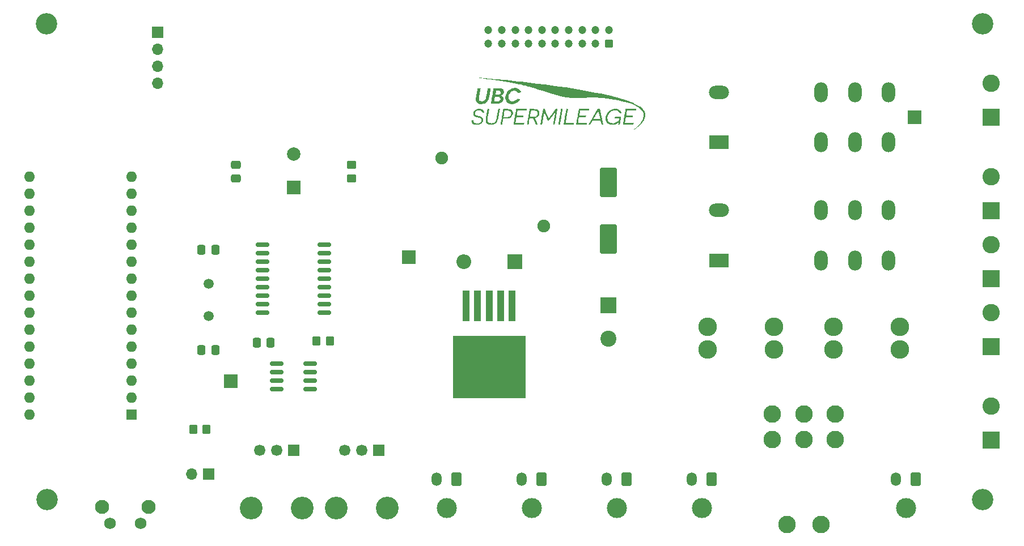
<source format=gts>
G04 #@! TF.GenerationSoftware,KiCad,Pcbnew,(6.0.8-1)-1*
G04 #@! TF.CreationDate,2022-12-30T12:25:55-08:00*
G04 #@! TF.ProjectId,Urban Battery - BMS_complement,55726261-6e20-4426-9174-74657279202d,rev?*
G04 #@! TF.SameCoordinates,Original*
G04 #@! TF.FileFunction,Soldermask,Top*
G04 #@! TF.FilePolarity,Negative*
%FSLAX46Y46*%
G04 Gerber Fmt 4.6, Leading zero omitted, Abs format (unit mm)*
G04 Created by KiCad (PCBNEW (6.0.8-1)-1) date 2022-12-30 12:25:55*
%MOMM*%
%LPD*%
G01*
G04 APERTURE LIST*
G04 Aperture macros list*
%AMRoundRect*
0 Rectangle with rounded corners*
0 $1 Rounding radius*
0 $2 $3 $4 $5 $6 $7 $8 $9 X,Y pos of 4 corners*
0 Add a 4 corners polygon primitive as box body*
4,1,4,$2,$3,$4,$5,$6,$7,$8,$9,$2,$3,0*
0 Add four circle primitives for the rounded corners*
1,1,$1+$1,$2,$3*
1,1,$1+$1,$4,$5*
1,1,$1+$1,$6,$7*
1,1,$1+$1,$8,$9*
0 Add four rect primitives between the rounded corners*
20,1,$1+$1,$2,$3,$4,$5,0*
20,1,$1+$1,$4,$5,$6,$7,0*
20,1,$1+$1,$6,$7,$8,$9,0*
20,1,$1+$1,$8,$9,$2,$3,0*%
G04 Aperture macros list end*
%ADD10C,3.000000*%
%ADD11RoundRect,0.250001X0.499999X0.759999X-0.499999X0.759999X-0.499999X-0.759999X0.499999X-0.759999X0*%
%ADD12O,1.500000X2.020000*%
%ADD13R,2.600000X2.600000*%
%ADD14C,2.600000*%
%ADD15R,1.600000X1.600000*%
%ADD16O,1.600000X1.600000*%
%ADD17C,3.200000*%
%ADD18R,2.000000X2.000000*%
%ADD19RoundRect,0.250000X0.337500X0.475000X-0.337500X0.475000X-0.337500X-0.475000X0.337500X-0.475000X0*%
%ADD20C,2.780000*%
%ADD21RoundRect,0.150000X-0.875000X-0.150000X0.875000X-0.150000X0.875000X0.150000X-0.875000X0.150000X0*%
%ADD22R,2.400000X2.400000*%
%ADD23C,2.400000*%
%ADD24RoundRect,0.250000X-0.350000X-0.450000X0.350000X-0.450000X0.350000X0.450000X-0.350000X0.450000X0*%
%ADD25O,2.000000X3.000000*%
%ADD26R,3.000000X2.000000*%
%ADD27O,3.000000X2.000000*%
%ADD28RoundRect,0.250000X0.475000X-0.337500X0.475000X0.337500X-0.475000X0.337500X-0.475000X-0.337500X0*%
%ADD29R,2.200000X2.200000*%
%ADD30O,2.200000X2.200000*%
%ADD31R,1.700000X1.700000*%
%ADD32O,1.700000X1.700000*%
%ADD33C,1.500000*%
%ADD34RoundRect,0.250000X-1.000000X1.950000X-1.000000X-1.950000X1.000000X-1.950000X1.000000X1.950000X0*%
%ADD35C,3.400000*%
%ADD36R,1.690000X1.690000*%
%ADD37C,1.690000*%
%ADD38C,2.616200*%
%ADD39RoundRect,0.150000X-0.825000X-0.150000X0.825000X-0.150000X0.825000X0.150000X-0.825000X0.150000X0*%
%ADD40RoundRect,0.250000X0.350000X0.350000X-0.350000X0.350000X-0.350000X-0.350000X0.350000X-0.350000X0*%
%ADD41C,1.200000*%
%ADD42RoundRect,0.250000X0.450000X-0.350000X0.450000X0.350000X-0.450000X0.350000X-0.450000X-0.350000X0*%
%ADD43C,1.900000*%
%ADD44C,2.100000*%
%ADD45C,1.750000*%
%ADD46C,2.000000*%
%ADD47R,1.100000X4.600000*%
%ADD48R,10.800000X9.400000*%
G04 APERTURE END LIST*
G36*
X160329841Y-69877114D02*
G01*
X160368592Y-69891122D01*
X160372709Y-69900710D01*
X160368928Y-69927272D01*
X160358230Y-69992714D01*
X160341576Y-70091536D01*
X160319929Y-70218236D01*
X160294251Y-70367315D01*
X160265503Y-70533270D01*
X160234648Y-70710601D01*
X160202648Y-70893807D01*
X160170465Y-71077388D01*
X160139062Y-71255842D01*
X160109400Y-71423668D01*
X160082441Y-71575366D01*
X160059147Y-71705434D01*
X160040482Y-71808372D01*
X160027406Y-71878679D01*
X160021949Y-71906207D01*
X160008688Y-71967826D01*
X161240858Y-71979814D01*
X161203172Y-72216460D01*
X160461147Y-72216460D01*
X160283387Y-72215966D01*
X160120903Y-72214566D01*
X159978952Y-72212378D01*
X159862794Y-72209523D01*
X159777687Y-72206120D01*
X159728890Y-72202290D01*
X159719127Y-72199556D01*
X159722934Y-72174724D01*
X159733868Y-72109717D01*
X159751196Y-72008744D01*
X159774185Y-71876016D01*
X159802103Y-71715741D01*
X159834219Y-71532131D01*
X159869800Y-71329394D01*
X159908114Y-71111740D01*
X159921961Y-71033230D01*
X159961014Y-70811810D01*
X159997596Y-70604204D01*
X160030975Y-70414566D01*
X160060423Y-70247053D01*
X160085209Y-70105821D01*
X160104604Y-69995025D01*
X160117878Y-69918822D01*
X160124301Y-69881367D01*
X160124795Y-69878172D01*
X160145190Y-69875085D01*
X160197793Y-69873039D01*
X160248758Y-69872538D01*
X160329841Y-69877114D01*
G37*
G36*
X167652817Y-69856606D02*
G01*
X167848655Y-69910856D01*
X168028023Y-70000134D01*
X168141050Y-70084283D01*
X168189804Y-70135864D01*
X168241317Y-70204736D01*
X168289858Y-70280938D01*
X168329696Y-70354508D01*
X168355102Y-70415484D01*
X168360344Y-70453906D01*
X168357002Y-70459659D01*
X168329007Y-70471738D01*
X168274020Y-70489134D01*
X168208992Y-70507135D01*
X168150876Y-70521027D01*
X168117849Y-70526131D01*
X168101569Y-70508437D01*
X168071250Y-70463143D01*
X168049106Y-70426604D01*
X167945345Y-70292320D01*
X167812131Y-70189268D01*
X167653944Y-70119006D01*
X167475264Y-70083092D01*
X167280567Y-70083084D01*
X167130089Y-70106828D01*
X166926226Y-70174251D01*
X166743204Y-70278554D01*
X166584423Y-70415052D01*
X166453286Y-70579061D01*
X166353193Y-70765895D01*
X166287546Y-70970870D01*
X166259744Y-71189300D01*
X166261193Y-71303682D01*
X166291021Y-71493337D01*
X166355735Y-71654566D01*
X166454725Y-71786726D01*
X166587379Y-71889171D01*
X166753088Y-71961258D01*
X166919137Y-71998132D01*
X167114986Y-72005518D01*
X167317882Y-71975814D01*
X167516471Y-71912713D01*
X167699402Y-71819908D01*
X167855323Y-71701091D01*
X167867144Y-71689738D01*
X167929839Y-71625436D01*
X167967162Y-71575265D01*
X167987558Y-71523552D01*
X167999471Y-71454622D01*
X168001146Y-71441010D01*
X168011672Y-71364003D01*
X168022300Y-71303085D01*
X168028742Y-71277611D01*
X168025499Y-71265869D01*
X168001659Y-71257474D01*
X167951690Y-71251934D01*
X167870059Y-71248756D01*
X167751234Y-71247448D01*
X167688613Y-71247338D01*
X167568455Y-71246724D01*
X167465951Y-71245028D01*
X167388739Y-71242472D01*
X167344456Y-71239276D01*
X167336868Y-71237178D01*
X167341207Y-71211177D01*
X167352316Y-71155696D01*
X167361273Y-71113221D01*
X167385678Y-70999423D01*
X167845834Y-70999423D01*
X168009110Y-71000069D01*
X168131775Y-71002187D01*
X168218273Y-71006049D01*
X168273054Y-71011929D01*
X168300562Y-71020098D01*
X168305979Y-71027595D01*
X168302193Y-71056649D01*
X168291538Y-71123854D01*
X168275063Y-71222986D01*
X168253812Y-71347821D01*
X168228834Y-71492134D01*
X168204570Y-71630479D01*
X168177286Y-71785325D01*
X168152779Y-71924807D01*
X168132083Y-72043008D01*
X168116231Y-72134014D01*
X168106257Y-72191908D01*
X168103160Y-72210825D01*
X168082866Y-72214041D01*
X168030994Y-72216080D01*
X167990461Y-72216460D01*
X167926170Y-72213149D01*
X167885369Y-72204685D01*
X167877773Y-72198061D01*
X167881603Y-72167418D01*
X167891514Y-72107123D01*
X167901860Y-72049360D01*
X167913099Y-71977922D01*
X167917536Y-71926331D01*
X167915337Y-71908446D01*
X167892968Y-71914737D01*
X167845652Y-71941836D01*
X167795464Y-71975620D01*
X167577749Y-72105998D01*
X167349931Y-72195718D01*
X167116606Y-72243588D01*
X166882369Y-72248415D01*
X166786498Y-72237578D01*
X166626202Y-72196296D01*
X166464556Y-72125448D01*
X166320357Y-72034003D01*
X166267911Y-71990137D01*
X166149862Y-71851690D01*
X166064614Y-71687945D01*
X166012040Y-71504385D01*
X165992010Y-71306492D01*
X166004396Y-71099749D01*
X166049070Y-70889638D01*
X166125903Y-70681641D01*
X166234766Y-70481242D01*
X166305671Y-70379636D01*
X166455173Y-70214693D01*
X166628611Y-70078277D01*
X166820214Y-69971317D01*
X167024208Y-69894740D01*
X167234821Y-69849477D01*
X167446281Y-69836456D01*
X167652817Y-69856606D01*
G37*
G36*
X146971282Y-65192863D02*
G01*
X147086335Y-65199557D01*
X147244334Y-65210631D01*
X147445789Y-65226099D01*
X147691208Y-65245974D01*
X147905955Y-65263909D01*
X149517867Y-65406640D01*
X151160536Y-65565280D01*
X152822967Y-65738752D01*
X153419831Y-65804144D01*
X154610990Y-65939689D01*
X155766618Y-66078076D01*
X156886288Y-66219218D01*
X157969572Y-66363023D01*
X159016044Y-66509402D01*
X160025276Y-66658264D01*
X160996842Y-66809521D01*
X161930313Y-66963081D01*
X162825263Y-67118856D01*
X163681265Y-67276754D01*
X164497891Y-67436687D01*
X165274714Y-67598564D01*
X166011307Y-67762295D01*
X166707244Y-67927790D01*
X167362096Y-68094960D01*
X167975436Y-68263714D01*
X168546838Y-68433963D01*
X169075874Y-68605616D01*
X169562117Y-68778584D01*
X170005141Y-68952777D01*
X170404516Y-69128104D01*
X170759818Y-69304476D01*
X171070617Y-69481803D01*
X171161978Y-69539627D01*
X171400100Y-69714044D01*
X171594487Y-69899248D01*
X171745224Y-70095472D01*
X171852398Y-70302947D01*
X171916095Y-70521906D01*
X171936402Y-70752581D01*
X171913405Y-70995204D01*
X171847191Y-71250008D01*
X171823301Y-71317226D01*
X171733804Y-71510490D01*
X171607335Y-71715318D01*
X171448593Y-71926086D01*
X171262278Y-72137172D01*
X171053088Y-72342954D01*
X170825722Y-72537810D01*
X170760594Y-72588763D01*
X170665166Y-72660049D01*
X170564708Y-72731897D01*
X170463587Y-72801608D01*
X170366170Y-72866485D01*
X170276822Y-72923827D01*
X170199909Y-72970937D01*
X170139799Y-73005116D01*
X170100857Y-73023664D01*
X170087450Y-73023883D01*
X170103944Y-73003074D01*
X170133464Y-72976395D01*
X170175912Y-72941368D01*
X170243294Y-72887311D01*
X170324893Y-72822778D01*
X170379662Y-72779902D01*
X170526217Y-72657963D01*
X170684836Y-72512821D01*
X170844999Y-72355070D01*
X170996190Y-72195304D01*
X171127891Y-72044117D01*
X171197711Y-71955932D01*
X171328217Y-71766498D01*
X171444879Y-71566186D01*
X171540073Y-71369026D01*
X171595057Y-71224800D01*
X171648942Y-70992710D01*
X171658445Y-70764257D01*
X171624225Y-70541319D01*
X171546940Y-70325771D01*
X171427249Y-70119491D01*
X171265812Y-69924354D01*
X171078832Y-69754559D01*
X170885087Y-69611463D01*
X170671796Y-69477384D01*
X170436090Y-69351268D01*
X170175100Y-69232065D01*
X169885958Y-69118720D01*
X169565793Y-69010181D01*
X169211737Y-68905396D01*
X168820921Y-68803313D01*
X168390476Y-68702877D01*
X167967924Y-68613250D01*
X167348026Y-68493499D01*
X166760767Y-68393818D01*
X166198767Y-68313538D01*
X165654643Y-68251991D01*
X165121015Y-68208506D01*
X164590500Y-68182415D01*
X164055716Y-68173050D01*
X163509284Y-68179741D01*
X163268811Y-68187391D01*
X163017231Y-68195738D01*
X162752304Y-68202609D01*
X162479185Y-68208005D01*
X162203028Y-68211926D01*
X161928986Y-68214372D01*
X161662213Y-68215343D01*
X161407864Y-68214840D01*
X161171091Y-68212863D01*
X160957050Y-68209411D01*
X160770895Y-68204486D01*
X160617778Y-68198087D01*
X160502854Y-68190214D01*
X160474135Y-68187287D01*
X160322413Y-68169542D01*
X160188354Y-68152609D01*
X160066194Y-68135163D01*
X159950163Y-68115880D01*
X159834496Y-68093436D01*
X159713426Y-68066505D01*
X159581185Y-68033764D01*
X159432008Y-67993888D01*
X159260126Y-67945553D01*
X159059774Y-67887434D01*
X158825184Y-67818206D01*
X158682387Y-67775782D01*
X158105190Y-67604175D01*
X157569675Y-67445183D01*
X157074375Y-67298380D01*
X156617825Y-67163338D01*
X156198557Y-67039633D01*
X155815107Y-66926838D01*
X155466008Y-66824526D01*
X155149793Y-66732271D01*
X154864997Y-66649648D01*
X154610153Y-66576229D01*
X154383795Y-66511589D01*
X154184458Y-66455301D01*
X154010674Y-66406939D01*
X153860979Y-66366077D01*
X153733905Y-66332288D01*
X153627987Y-66305147D01*
X153600575Y-66298350D01*
X153346178Y-66239090D01*
X153048421Y-66175641D01*
X152708799Y-66108255D01*
X152328806Y-66037185D01*
X151909940Y-65962686D01*
X151453695Y-65885009D01*
X150961566Y-65804409D01*
X150435049Y-65721138D01*
X149875639Y-65635449D01*
X149284832Y-65547597D01*
X148664123Y-65457834D01*
X148495341Y-65433834D01*
X148274702Y-65402570D01*
X148052696Y-65371119D01*
X147836662Y-65340520D01*
X147633941Y-65311811D01*
X147451875Y-65286033D01*
X147297802Y-65264225D01*
X147179065Y-65247426D01*
X147154348Y-65243931D01*
X147022407Y-65224627D01*
X146930359Y-65209622D01*
X146878714Y-65198929D01*
X146867981Y-65192563D01*
X146898667Y-65190536D01*
X146971282Y-65192863D01*
G37*
G36*
X147285763Y-69849188D02*
G01*
X147468916Y-69891792D01*
X147615143Y-69958806D01*
X147726205Y-70051513D01*
X147803866Y-70171196D01*
X147832379Y-70246976D01*
X147854755Y-70327011D01*
X147859087Y-70375351D01*
X147841124Y-70403216D01*
X147796616Y-70421824D01*
X147762542Y-70431306D01*
X147676864Y-70451761D01*
X147625556Y-70456014D01*
X147600565Y-70443091D01*
X147593837Y-70412016D01*
X147593833Y-70410877D01*
X147573247Y-70324168D01*
X147516993Y-70237970D01*
X147433328Y-70162911D01*
X147374050Y-70127958D01*
X147244750Y-70084438D01*
X147098380Y-70067172D01*
X146947287Y-70074890D01*
X146803819Y-70106320D01*
X146680322Y-70160193D01*
X146617502Y-70205830D01*
X146553034Y-70287516D01*
X146509983Y-70389251D01*
X146490504Y-70498050D01*
X146496752Y-70600927D01*
X146530882Y-70684897D01*
X146536691Y-70692753D01*
X146585894Y-70742303D01*
X146653604Y-70785732D01*
X146746315Y-70825824D01*
X146870517Y-70865365D01*
X147032702Y-70907138D01*
X147041373Y-70909204D01*
X147226057Y-70957853D01*
X147371126Y-71007377D01*
X147482013Y-71060181D01*
X147564153Y-71118669D01*
X147601573Y-71157104D01*
X147667111Y-71268157D01*
X147698341Y-71397830D01*
X147697591Y-71538487D01*
X147667191Y-71682489D01*
X147609468Y-71822199D01*
X147526753Y-71949978D01*
X147421373Y-72058189D01*
X147303268Y-72135472D01*
X147142087Y-72196620D01*
X146954786Y-72235907D01*
X146755684Y-72251386D01*
X146559097Y-72241111D01*
X146542501Y-72238924D01*
X146357973Y-72197449D01*
X146208978Y-72128669D01*
X146094520Y-72031693D01*
X146013608Y-71905632D01*
X145965249Y-71749596D01*
X145959659Y-71716493D01*
X145943911Y-71610936D01*
X146042031Y-71585560D01*
X146111514Y-71567318D01*
X146167369Y-71552195D01*
X146179592Y-71548737D01*
X146206088Y-71548950D01*
X146217296Y-71577073D01*
X146219033Y-71618589D01*
X146240298Y-71733636D01*
X146299166Y-71838957D01*
X146388247Y-71922115D01*
X146405953Y-71933204D01*
X146530648Y-71984998D01*
X146680006Y-72014130D01*
X146839545Y-72020285D01*
X146994782Y-72003150D01*
X147131235Y-71962410D01*
X147158717Y-71949527D01*
X147266582Y-71875031D01*
X147351151Y-71778130D01*
X147408505Y-71667795D01*
X147434722Y-71552993D01*
X147425883Y-71442694D01*
X147404570Y-71387026D01*
X147366410Y-71327448D01*
X147315840Y-71278806D01*
X147246079Y-71237757D01*
X147150348Y-71200954D01*
X147021870Y-71165053D01*
X146895164Y-71135657D01*
X146685562Y-71081290D01*
X146518169Y-71018934D01*
X146390615Y-70947285D01*
X146300532Y-70865042D01*
X146249482Y-70780756D01*
X146225606Y-70682820D01*
X146220999Y-70561145D01*
X146235364Y-70432597D01*
X146257227Y-70345433D01*
X146326078Y-70202923D01*
X146431097Y-70079737D01*
X146566522Y-69978655D01*
X146726591Y-69902457D01*
X146905543Y-69853922D01*
X147097615Y-69835832D01*
X147285763Y-69849188D01*
G37*
G36*
X147193844Y-66763649D02*
G01*
X147268497Y-66767193D01*
X147313985Y-66772366D01*
X147323381Y-66776389D01*
X147319588Y-66801210D01*
X147308833Y-66865030D01*
X147292051Y-66962468D01*
X147270176Y-67088144D01*
X147244144Y-67236678D01*
X147214888Y-67402690D01*
X147197101Y-67503230D01*
X147157511Y-67730378D01*
X147126599Y-67918161D01*
X147104108Y-68071394D01*
X147089781Y-68194892D01*
X147083361Y-68293471D01*
X147084593Y-68371946D01*
X147093218Y-68435132D01*
X147108981Y-68487846D01*
X147131625Y-68534902D01*
X147141245Y-68551115D01*
X147216212Y-68631481D01*
X147321673Y-68687027D01*
X147449228Y-68715713D01*
X147590479Y-68715501D01*
X147716325Y-68690703D01*
X147853735Y-68627948D01*
X147969412Y-68528009D01*
X148058732Y-68395402D01*
X148088971Y-68326605D01*
X148105322Y-68271453D01*
X148127755Y-68178474D01*
X148154891Y-68054295D01*
X148185353Y-67905543D01*
X148217760Y-67738846D01*
X148250735Y-67560829D01*
X148265549Y-67477906D01*
X148391858Y-66762334D01*
X148612633Y-66762334D01*
X148706183Y-66763997D01*
X148780079Y-66768478D01*
X148824684Y-66775009D01*
X148833407Y-66779885D01*
X148829476Y-66811307D01*
X148818477Y-66880398D01*
X148801608Y-66980514D01*
X148780063Y-67105012D01*
X148755036Y-67247250D01*
X148727724Y-67400582D01*
X148699322Y-67558368D01*
X148671024Y-67713962D01*
X148644026Y-67860723D01*
X148619523Y-67992006D01*
X148598711Y-68101169D01*
X148582784Y-68181568D01*
X148573650Y-68223694D01*
X148500207Y-68443208D01*
X148394062Y-68639795D01*
X148258965Y-68809172D01*
X148098670Y-68947057D01*
X147916928Y-69049164D01*
X147818740Y-69085603D01*
X147693792Y-69114878D01*
X147549086Y-69133961D01*
X147402989Y-69141463D01*
X147273869Y-69135993D01*
X147231920Y-69130014D01*
X147056947Y-69079094D01*
X146905333Y-68996769D01*
X146782220Y-68887241D01*
X146692747Y-68754713D01*
X146655172Y-68658595D01*
X146635681Y-68575577D01*
X146624363Y-68484278D01*
X146621574Y-68379246D01*
X146627666Y-68255029D01*
X146642996Y-68106174D01*
X146667919Y-67927229D01*
X146702788Y-67712742D01*
X146725039Y-67584960D01*
X146754186Y-67420956D01*
X146782021Y-67265343D01*
X146807198Y-67125567D01*
X146828371Y-67009075D01*
X146844194Y-66923314D01*
X146852330Y-66880657D01*
X146875822Y-66762334D01*
X147099601Y-66762334D01*
X147193844Y-66763649D01*
G37*
G36*
X158789915Y-69878103D02*
G01*
X158804290Y-69891410D01*
X158802834Y-69917870D01*
X158802028Y-69922248D01*
X158796292Y-69954113D01*
X158783519Y-70025914D01*
X158764498Y-70133198D01*
X158740017Y-70271511D01*
X158710865Y-70436397D01*
X158677827Y-70623403D01*
X158641693Y-70828073D01*
X158603251Y-71045955D01*
X158595557Y-71089574D01*
X158398803Y-72205191D01*
X158270142Y-72211950D01*
X158200868Y-72213584D01*
X158154159Y-72210847D01*
X158141482Y-72206049D01*
X158145300Y-72180106D01*
X158156020Y-72116032D01*
X158172533Y-72020058D01*
X158193737Y-71898413D01*
X158218523Y-71757325D01*
X158245787Y-71603024D01*
X158274424Y-71441739D01*
X158303327Y-71279699D01*
X158331391Y-71123132D01*
X158357510Y-70978269D01*
X158380579Y-70851338D01*
X158399492Y-70748568D01*
X158411651Y-70683940D01*
X158430341Y-70583929D01*
X158445288Y-70499142D01*
X158454688Y-70440126D01*
X158457010Y-70419122D01*
X158446019Y-70391798D01*
X158416431Y-70399699D01*
X158373316Y-70439692D01*
X158328486Y-70498540D01*
X158295955Y-70544928D01*
X158240935Y-70621584D01*
X158167755Y-70722551D01*
X158080749Y-70841872D01*
X157984249Y-70973590D01*
X157882586Y-71111746D01*
X157882316Y-71112112D01*
X157772500Y-71260820D01*
X157685820Y-71377183D01*
X157618704Y-71465168D01*
X157567580Y-71528740D01*
X157528875Y-71571865D01*
X157499017Y-71598508D01*
X157474434Y-71612636D01*
X157451553Y-71618215D01*
X157426802Y-71619210D01*
X157342732Y-71619210D01*
X157200329Y-71258607D01*
X157143329Y-71112920D01*
X157082958Y-70956337D01*
X157025131Y-70804347D01*
X156975767Y-70672436D01*
X156959535Y-70628270D01*
X156921008Y-70526067D01*
X156886434Y-70440619D01*
X156859320Y-70380169D01*
X156843175Y-70352961D01*
X156842085Y-70352302D01*
X156834291Y-70372378D01*
X156819973Y-70432298D01*
X156800028Y-70527444D01*
X156775352Y-70653201D01*
X156746842Y-70804952D01*
X156715394Y-70978079D01*
X156681905Y-71167966D01*
X156667191Y-71253092D01*
X156633187Y-71450296D01*
X156601259Y-71634097D01*
X156572268Y-71799645D01*
X156547072Y-71942091D01*
X156526532Y-72056584D01*
X156511508Y-72138274D01*
X156502859Y-72182312D01*
X156501381Y-72188287D01*
X156477022Y-72202346D01*
X156425392Y-72212120D01*
X156361689Y-72216933D01*
X156301112Y-72216108D01*
X156258860Y-72208969D01*
X156248319Y-72199556D01*
X156252127Y-72174724D01*
X156263061Y-72109717D01*
X156280388Y-72008744D01*
X156303377Y-71876016D01*
X156331296Y-71715741D01*
X156363411Y-71532131D01*
X156398992Y-71329394D01*
X156437306Y-71111740D01*
X156451153Y-71033230D01*
X156490211Y-70811768D01*
X156526795Y-70604085D01*
X156560177Y-70414342D01*
X156589627Y-70246699D01*
X156614413Y-70105317D01*
X156633807Y-69994359D01*
X156647077Y-69917983D01*
X156653495Y-69880353D01*
X156653988Y-69877097D01*
X156674475Y-69874594D01*
X156727877Y-69874731D01*
X156793788Y-69877097D01*
X156933583Y-69883806D01*
X157196456Y-70571207D01*
X157274330Y-70772424D01*
X157341833Y-70941844D01*
X157398049Y-71077318D01*
X157442060Y-71176702D01*
X157472952Y-71237847D01*
X157489775Y-71258607D01*
X157509584Y-71241067D01*
X157552869Y-71191092D01*
X157616518Y-71112646D01*
X157697422Y-71009694D01*
X157792470Y-70886201D01*
X157898550Y-70746132D01*
X158012554Y-70593452D01*
X158029036Y-70571207D01*
X158537851Y-69883806D01*
X158674798Y-69877173D01*
X158749990Y-69874505D01*
X158789915Y-69878103D01*
G37*
G36*
X170524463Y-69979592D02*
G01*
X170513418Y-70046035D01*
X170503059Y-70092795D01*
X170499214Y-70103549D01*
X170475052Y-70107880D01*
X170411559Y-70111801D01*
X170314480Y-70115163D01*
X170189557Y-70117820D01*
X170042535Y-70119623D01*
X169879157Y-70120425D01*
X169842267Y-70120452D01*
X169195048Y-70120452D01*
X169133375Y-70475421D01*
X169112462Y-70596874D01*
X169094622Y-70702542D01*
X169081160Y-70784527D01*
X169073382Y-70834931D01*
X169071987Y-70846870D01*
X169093543Y-70851891D01*
X169153775Y-70856839D01*
X169246280Y-70861428D01*
X169364661Y-70865370D01*
X169502516Y-70868378D01*
X169573960Y-70869408D01*
X170075648Y-70875466D01*
X170038088Y-71111274D01*
X169528458Y-71117327D01*
X169018827Y-71123381D01*
X168944700Y-71540328D01*
X168921434Y-71671318D01*
X168901099Y-71786041D01*
X168884928Y-71877520D01*
X168874154Y-71938778D01*
X168870011Y-71962838D01*
X168870003Y-71962910D01*
X168891459Y-71964342D01*
X168952405Y-71965640D01*
X169047255Y-71966756D01*
X169170422Y-71967641D01*
X169316321Y-71968249D01*
X169479365Y-71968531D01*
X169525534Y-71968545D01*
X170181636Y-71968545D01*
X170166657Y-72053061D01*
X170160128Y-72096614D01*
X170154584Y-72131721D01*
X170145530Y-72159284D01*
X170128468Y-72180204D01*
X170098903Y-72195386D01*
X170052337Y-72205730D01*
X169984275Y-72212140D01*
X169890219Y-72215517D01*
X169765673Y-72216765D01*
X169606141Y-72216785D01*
X169407127Y-72216481D01*
X169352474Y-72216460D01*
X169170534Y-72215987D01*
X169003752Y-72214645D01*
X168857272Y-72212545D01*
X168736234Y-72209800D01*
X168645782Y-72206520D01*
X168591056Y-72202819D01*
X168576447Y-72199556D01*
X168580255Y-72174724D01*
X168591189Y-72109717D01*
X168608516Y-72008744D01*
X168631505Y-71876016D01*
X168659423Y-71715741D01*
X168691539Y-71532131D01*
X168727120Y-71329394D01*
X168765434Y-71111740D01*
X168779281Y-71033230D01*
X168818335Y-70811810D01*
X168854916Y-70604204D01*
X168888296Y-70414566D01*
X168917743Y-70247053D01*
X168942529Y-70105821D01*
X168961924Y-69995025D01*
X168975198Y-69918822D01*
X168981621Y-69881367D01*
X168982115Y-69878172D01*
X169003799Y-69876853D01*
X169065425Y-69875644D01*
X169161862Y-69874582D01*
X169287976Y-69873704D01*
X169438635Y-69873046D01*
X169608706Y-69872647D01*
X169761052Y-69872538D01*
X170539984Y-69872538D01*
X170524463Y-69979592D01*
G37*
G36*
X148965003Y-68447506D02*
G01*
X148997009Y-68264124D01*
X149030558Y-68072406D01*
X149064746Y-67877503D01*
X149098672Y-67684564D01*
X149098832Y-67683655D01*
X149559927Y-67683655D01*
X149576891Y-67716787D01*
X149616419Y-67731135D01*
X149682950Y-67733209D01*
X149780922Y-67729518D01*
X149819432Y-67728188D01*
X149942946Y-67723006D01*
X150031412Y-67715159D01*
X150094846Y-67703089D01*
X150143263Y-67685240D01*
X150163132Y-67674727D01*
X150238533Y-67611158D01*
X150296495Y-67524375D01*
X150329941Y-67428943D01*
X150331791Y-67339429D01*
X150329973Y-67331390D01*
X150306210Y-67265593D01*
X150268879Y-67217823D01*
X150211209Y-67185117D01*
X150126432Y-67164515D01*
X150007778Y-67153053D01*
X149913653Y-67149222D01*
X149809598Y-67147042D01*
X149724281Y-67146649D01*
X149666429Y-67147982D01*
X149644769Y-67150982D01*
X149644765Y-67151038D01*
X149640974Y-67175642D01*
X149630696Y-67235220D01*
X149615570Y-67320406D01*
X149600032Y-67406475D01*
X149575936Y-67535008D01*
X149561088Y-67625232D01*
X149559927Y-67683655D01*
X149098832Y-67683655D01*
X149131430Y-67498739D01*
X149162119Y-67325177D01*
X149189835Y-67169029D01*
X149213675Y-67035444D01*
X149232735Y-66929572D01*
X149246113Y-66856563D01*
X149252316Y-66824312D01*
X149265205Y-66762334D01*
X149764878Y-66762686D01*
X149969883Y-66764188D01*
X150135909Y-66768953D01*
X150268991Y-66777843D01*
X150375162Y-66791722D01*
X150460456Y-66811455D01*
X150530906Y-66837904D01*
X150592545Y-66871934D01*
X150610141Y-66883696D01*
X150711047Y-66979174D01*
X150776334Y-67097322D01*
X150804766Y-67231664D01*
X150795110Y-67375722D01*
X150746129Y-67523022D01*
X150735980Y-67543696D01*
X150650680Y-67669595D01*
X150530502Y-67778060D01*
X150442749Y-67835158D01*
X150419309Y-67852997D01*
X150425893Y-67869561D01*
X150467594Y-67893938D01*
X150478934Y-67899710D01*
X150602716Y-67978306D01*
X150686268Y-68071641D01*
X150733691Y-68186296D01*
X150749085Y-68328850D01*
X150749095Y-68333220D01*
X150728114Y-68507004D01*
X150667091Y-68664004D01*
X150568843Y-68801399D01*
X150436184Y-68916370D01*
X150271930Y-69006095D01*
X150078899Y-69067756D01*
X150000559Y-69082922D01*
X149934807Y-69090159D01*
X149839822Y-69096045D01*
X149722809Y-69100571D01*
X149590971Y-69103728D01*
X149451511Y-69105508D01*
X149311634Y-69105900D01*
X149178542Y-69104897D01*
X149059439Y-69102489D01*
X148961529Y-69098667D01*
X148892016Y-69093421D01*
X148858103Y-69086744D01*
X148855945Y-69084364D01*
X148859727Y-69059141D01*
X148870471Y-68994683D01*
X148887274Y-68896141D01*
X148909232Y-68768664D01*
X148923959Y-68683673D01*
X149375601Y-68683673D01*
X149378924Y-68699702D01*
X149394764Y-68710719D01*
X149430083Y-68717644D01*
X149491842Y-68721400D01*
X149587003Y-68722906D01*
X149673796Y-68723114D01*
X149799855Y-68722330D01*
X149890783Y-68719136D01*
X149956512Y-68712269D01*
X150006972Y-68700466D01*
X150052093Y-68682465D01*
X150072521Y-68672405D01*
X150175444Y-68602868D01*
X150242250Y-68513832D01*
X150277533Y-68411134D01*
X150282492Y-68299437D01*
X150247042Y-68201614D01*
X150174049Y-68124822D01*
X150158854Y-68114828D01*
X150123939Y-68096096D01*
X150085273Y-68083567D01*
X150033797Y-68076283D01*
X149960454Y-68073285D01*
X149856185Y-68073616D01*
X149781213Y-68074893D01*
X149478176Y-68080790D01*
X149427533Y-68362511D01*
X149408118Y-68472974D01*
X149391929Y-68569726D01*
X149380575Y-68642819D01*
X149375666Y-68682304D01*
X149375601Y-68683673D01*
X148923959Y-68683673D01*
X148935443Y-68617402D01*
X148965003Y-68447506D01*
G37*
G36*
X164126008Y-71027595D02*
G01*
X164820657Y-69872538D01*
X165100006Y-69872538D01*
X165686060Y-72216460D01*
X165406765Y-72216460D01*
X165333392Y-71900932D01*
X165260020Y-71585404D01*
X164056873Y-71585404D01*
X163684801Y-72216460D01*
X163548724Y-72216460D01*
X163479007Y-72213951D01*
X163433376Y-72207421D01*
X163422002Y-72199556D01*
X163435000Y-72177703D01*
X163469184Y-72120633D01*
X163522509Y-72031755D01*
X163592925Y-71914479D01*
X163678386Y-71772213D01*
X163776843Y-71608366D01*
X163886249Y-71426347D01*
X163939671Y-71337489D01*
X164205326Y-71337489D01*
X164700556Y-71337489D01*
X164844502Y-71336986D01*
X164971996Y-71335580D01*
X165076599Y-71333419D01*
X165151875Y-71330656D01*
X165191387Y-71327440D01*
X165195785Y-71325897D01*
X165190196Y-71288991D01*
X165174698Y-71218407D01*
X165151200Y-71121196D01*
X165121607Y-71004408D01*
X165087826Y-70875092D01*
X165051763Y-70740299D01*
X165015326Y-70607079D01*
X164980420Y-70482481D01*
X164948952Y-70373555D01*
X164922830Y-70287352D01*
X164903958Y-70230921D01*
X164894353Y-70211297D01*
X164875471Y-70230070D01*
X164838181Y-70281876D01*
X164786478Y-70360632D01*
X164724352Y-70460255D01*
X164655795Y-70574663D01*
X164654880Y-70576219D01*
X164576809Y-70708928D01*
X164496867Y-70844644D01*
X164421700Y-70972095D01*
X164357955Y-71080010D01*
X164323049Y-71138968D01*
X164205326Y-71337489D01*
X163939671Y-71337489D01*
X164004557Y-71229564D01*
X164126008Y-71027595D01*
G37*
G36*
X150153195Y-69874417D02*
G01*
X150197666Y-69879259D01*
X150208207Y-69883830D01*
X150204059Y-69920170D01*
X150192423Y-69994259D01*
X150174510Y-70099618D01*
X150151532Y-70229768D01*
X150124702Y-70378230D01*
X150095231Y-70538524D01*
X150064332Y-70704173D01*
X150033215Y-70868697D01*
X150003093Y-71025616D01*
X149975178Y-71168453D01*
X149950681Y-71290728D01*
X149930816Y-71385962D01*
X149916792Y-71447676D01*
X149913114Y-71461446D01*
X149830384Y-71674995D01*
X149718438Y-71857877D01*
X149579462Y-72007688D01*
X149415639Y-72122025D01*
X149248384Y-72192729D01*
X149108721Y-72225271D01*
X148951218Y-72244662D01*
X148795488Y-72249411D01*
X148661143Y-72238030D01*
X148658312Y-72237541D01*
X148521337Y-72204936D01*
X148411794Y-72156767D01*
X148312710Y-72085211D01*
X148296308Y-72070722D01*
X148211909Y-71980588D01*
X148153753Y-71881875D01*
X148117689Y-71764060D01*
X148099570Y-71616622D01*
X148097021Y-71565246D01*
X148095684Y-71498839D01*
X148097214Y-71431497D01*
X148102388Y-71357245D01*
X148111981Y-71270110D01*
X148126768Y-71164118D01*
X148147526Y-71033297D01*
X148175030Y-70871673D01*
X148210056Y-70673273D01*
X148220247Y-70616282D01*
X148351481Y-69883806D01*
X148479755Y-69877047D01*
X148562474Y-69876833D01*
X148603034Y-69887359D01*
X148608030Y-69896737D01*
X148604225Y-69924660D01*
X148593435Y-69991454D01*
X148576601Y-70091616D01*
X148554662Y-70219642D01*
X148528558Y-70370030D01*
X148499229Y-70537277D01*
X148481794Y-70635972D01*
X148439605Y-70879481D01*
X148406700Y-71083461D01*
X148382891Y-71252453D01*
X148367991Y-71390995D01*
X148361811Y-71503627D01*
X148364165Y-71594890D01*
X148374864Y-71669324D01*
X148393720Y-71731467D01*
X148420547Y-71785861D01*
X148433380Y-71806335D01*
X148518065Y-71895208D01*
X148634205Y-71959981D01*
X148773979Y-71998668D01*
X148929566Y-72009287D01*
X149093144Y-71989854D01*
X149126437Y-71982109D01*
X149297294Y-71917823D01*
X149439866Y-71818455D01*
X149554028Y-71684121D01*
X149639654Y-71514934D01*
X149642223Y-71508142D01*
X149657541Y-71455424D01*
X149678975Y-71364770D01*
X149705191Y-71242699D01*
X149734853Y-71095730D01*
X149766627Y-70930382D01*
X149799176Y-70753174D01*
X149814320Y-70667884D01*
X149845276Y-70492360D01*
X149874184Y-70329976D01*
X149900023Y-70186356D01*
X149921770Y-70067124D01*
X149938403Y-69977904D01*
X149948900Y-69924320D01*
X149951715Y-69911979D01*
X149968520Y-69888141D01*
X150007993Y-69876053D01*
X150080907Y-69872545D01*
X150085769Y-69872538D01*
X150153195Y-69874417D01*
G37*
G36*
X163537773Y-69979592D02*
G01*
X163526728Y-70046035D01*
X163516369Y-70092795D01*
X163512524Y-70103549D01*
X163488362Y-70107880D01*
X163424869Y-70111801D01*
X163327789Y-70115163D01*
X163202866Y-70117820D01*
X163055844Y-70119623D01*
X162892467Y-70120425D01*
X162855577Y-70120452D01*
X162208357Y-70120452D01*
X162146685Y-70475421D01*
X162125772Y-70596874D01*
X162107931Y-70702542D01*
X162094470Y-70784527D01*
X162086692Y-70834931D01*
X162085297Y-70846870D01*
X162106853Y-70851891D01*
X162167084Y-70856839D01*
X162259590Y-70861428D01*
X162377971Y-70865370D01*
X162515825Y-70868378D01*
X162587269Y-70869408D01*
X163088958Y-70875466D01*
X163051398Y-71111274D01*
X162541767Y-71117327D01*
X162032137Y-71123381D01*
X161958010Y-71540328D01*
X161934744Y-71671318D01*
X161914408Y-71786041D01*
X161898237Y-71877520D01*
X161887464Y-71938778D01*
X161883321Y-71962838D01*
X161883312Y-71962910D01*
X161904769Y-71964342D01*
X161965715Y-71965640D01*
X162060564Y-71966756D01*
X162183731Y-71967641D01*
X162329630Y-71968249D01*
X162492675Y-71968531D01*
X162538843Y-71968545D01*
X163194945Y-71968545D01*
X163179967Y-72053061D01*
X163173438Y-72096614D01*
X163167894Y-72131721D01*
X163158840Y-72159284D01*
X163141778Y-72180204D01*
X163112213Y-72195386D01*
X163065647Y-72205730D01*
X162997584Y-72212140D01*
X162903528Y-72215517D01*
X162778983Y-72216765D01*
X162619451Y-72216785D01*
X162420436Y-72216481D01*
X162365784Y-72216460D01*
X162183843Y-72215987D01*
X162017062Y-72214645D01*
X161870581Y-72212545D01*
X161749544Y-72209800D01*
X161659091Y-72206520D01*
X161604366Y-72202819D01*
X161589756Y-72199556D01*
X161593564Y-72174724D01*
X161604498Y-72109717D01*
X161621826Y-72008744D01*
X161644815Y-71876016D01*
X161672733Y-71715741D01*
X161704849Y-71532131D01*
X161740430Y-71329394D01*
X161778744Y-71111740D01*
X161792591Y-71033230D01*
X161831644Y-70811810D01*
X161868226Y-70604204D01*
X161901605Y-70414566D01*
X161931053Y-70247053D01*
X161955839Y-70105821D01*
X161975234Y-69995025D01*
X161988508Y-69918822D01*
X161994931Y-69881367D01*
X161995425Y-69878172D01*
X162017109Y-69876853D01*
X162078735Y-69875644D01*
X162175171Y-69874582D01*
X162301285Y-69873704D01*
X162451944Y-69873046D01*
X162622016Y-69872647D01*
X162774362Y-69872538D01*
X163553294Y-69872538D01*
X163537773Y-69979592D01*
G37*
G36*
X154484360Y-70811703D02*
G01*
X154520950Y-70603900D01*
X154554336Y-70413990D01*
X154583788Y-70246143D01*
X154608574Y-70104528D01*
X154627966Y-69993313D01*
X154641232Y-69916668D01*
X154647643Y-69878761D01*
X154648131Y-69875409D01*
X154669573Y-69873407D01*
X154729531Y-69872553D01*
X154821466Y-69872816D01*
X154938833Y-69874165D01*
X155075091Y-69876569D01*
X155127063Y-69877677D01*
X155290732Y-69881747D01*
X155416728Y-69886213D01*
X155512453Y-69891815D01*
X155585308Y-69899292D01*
X155642694Y-69909384D01*
X155692012Y-69922831D01*
X155735933Y-69938535D01*
X155883192Y-70011217D01*
X155990309Y-70101776D01*
X156059924Y-70213905D01*
X156094683Y-70351298D01*
X156099906Y-70447249D01*
X156089786Y-70604571D01*
X156057726Y-70736175D01*
X155999257Y-70857892D01*
X155971921Y-70900800D01*
X155854846Y-71036366D01*
X155710480Y-71139591D01*
X155583039Y-71194088D01*
X155516374Y-71218020D01*
X155471517Y-71239708D01*
X155459494Y-71251363D01*
X155467805Y-71276661D01*
X155491075Y-71337289D01*
X155526811Y-71427018D01*
X155572519Y-71539619D01*
X155625706Y-71668862D01*
X155651065Y-71729949D01*
X155706716Y-71864221D01*
X155756011Y-71984247D01*
X155796466Y-72083885D01*
X155825594Y-72156993D01*
X155840911Y-72197431D01*
X155842635Y-72203332D01*
X155822036Y-72209906D01*
X155767977Y-72214615D01*
X155692066Y-72216459D01*
X155690420Y-72216460D01*
X155538206Y-72216460D01*
X155357989Y-71754824D01*
X155177773Y-71293189D01*
X154916520Y-71292801D01*
X154655268Y-71292413D01*
X154582227Y-71714995D01*
X154558711Y-71849836D01*
X154537164Y-71971134D01*
X154518983Y-72071195D01*
X154505566Y-72142323D01*
X154498313Y-72176825D01*
X154498260Y-72177019D01*
X154482044Y-72200810D01*
X154443242Y-72212894D01*
X154371113Y-72216448D01*
X154364896Y-72216460D01*
X154297478Y-72213647D01*
X154253010Y-72206401D01*
X154242463Y-72199556D01*
X154246271Y-72174724D01*
X154257204Y-72109717D01*
X154274532Y-72008744D01*
X154297521Y-71876016D01*
X154325439Y-71715741D01*
X154357555Y-71532131D01*
X154393136Y-71329394D01*
X154431450Y-71111740D01*
X154443289Y-71044613D01*
X154698729Y-71044613D01*
X154706988Y-71055297D01*
X154731488Y-71062138D01*
X154778321Y-71065692D01*
X154853584Y-71066516D01*
X154963371Y-71065166D01*
X155068586Y-71063132D01*
X155211645Y-71059662D01*
X155317706Y-71055327D01*
X155394849Y-71049153D01*
X155451150Y-71040163D01*
X155494688Y-71027384D01*
X155533542Y-71009840D01*
X155540510Y-71006182D01*
X155664138Y-70915815D01*
X155757949Y-70795646D01*
X155807861Y-70680122D01*
X155835666Y-70561457D01*
X155838419Y-70465056D01*
X155815422Y-70375250D01*
X155791925Y-70323739D01*
X155753717Y-70259394D01*
X155709182Y-70210841D01*
X155651541Y-70175755D01*
X155574015Y-70151812D01*
X155469827Y-70136686D01*
X155332196Y-70128055D01*
X155211265Y-70124609D01*
X154861616Y-70117497D01*
X154786949Y-70552826D01*
X154763221Y-70689846D01*
X154741384Y-70813491D01*
X154722813Y-70916161D01*
X154708885Y-70990257D01*
X154700976Y-71028177D01*
X154700614Y-71029529D01*
X154698729Y-71044613D01*
X154443289Y-71044613D01*
X154445297Y-71033230D01*
X154484360Y-70811703D01*
G37*
G36*
X152633912Y-66738247D02*
G01*
X152637098Y-66738676D01*
X152811748Y-66777744D01*
X152977069Y-66843428D01*
X153121222Y-66929989D01*
X153225734Y-67023996D01*
X153287397Y-67102438D01*
X153341135Y-67185885D01*
X153381326Y-67263789D01*
X153402346Y-67325603D01*
X153402182Y-67354970D01*
X153377048Y-67372067D01*
X153317748Y-67395898D01*
X153233999Y-67422901D01*
X153164070Y-67442292D01*
X153062423Y-67468280D01*
X152996065Y-67483192D01*
X152956739Y-67487583D01*
X152936183Y-67482010D01*
X152926140Y-67467029D01*
X152923212Y-67458514D01*
X152880684Y-67382508D01*
X152805682Y-67304531D01*
X152709012Y-67235200D01*
X152678785Y-67218392D01*
X152614612Y-67188238D01*
X152554413Y-67170059D01*
X152482883Y-67160945D01*
X152384719Y-67157985D01*
X152360559Y-67157876D01*
X152252801Y-67159759D01*
X152173519Y-67167914D01*
X152106239Y-67185303D01*
X152034482Y-67214888D01*
X152028847Y-67217500D01*
X151857804Y-67320942D01*
X151716944Y-67456037D01*
X151608467Y-67619099D01*
X151534572Y-67806442D01*
X151497460Y-68014383D01*
X151493345Y-68114596D01*
X151512152Y-68288283D01*
X151566737Y-68436249D01*
X151654188Y-68555899D01*
X151771593Y-68644641D01*
X151916040Y-68699881D01*
X152084618Y-68719027D01*
X152167675Y-68715167D01*
X152335316Y-68680107D01*
X152501351Y-68610151D01*
X152650722Y-68512826D01*
X152740753Y-68428642D01*
X152842759Y-68315186D01*
X153029875Y-68365084D01*
X153116916Y-68389446D01*
X153186979Y-68411198D01*
X153228768Y-68426750D01*
X153234755Y-68430175D01*
X153230997Y-68454164D01*
X153204806Y-68503668D01*
X153161585Y-68568748D01*
X153153156Y-68580341D01*
X152997115Y-68755376D01*
X152811314Y-68901302D01*
X152602603Y-69015306D01*
X152377835Y-69094572D01*
X152143860Y-69136286D01*
X151907531Y-69137633D01*
X151821458Y-69127428D01*
X151634419Y-69078802D01*
X151461871Y-68995423D01*
X151311470Y-68882630D01*
X151190869Y-68745759D01*
X151132371Y-68646995D01*
X151061928Y-68468215D01*
X151026784Y-68286892D01*
X151025923Y-68093163D01*
X151054862Y-67893903D01*
X151124749Y-67655063D01*
X151230813Y-67436686D01*
X151368861Y-67241834D01*
X151534698Y-67073570D01*
X151724130Y-66934955D01*
X151932961Y-66829053D01*
X152156999Y-66758926D01*
X152392047Y-66727637D01*
X152633912Y-66738247D01*
G37*
G36*
X150540261Y-70811703D02*
G01*
X150576851Y-70603900D01*
X150610237Y-70413990D01*
X150639688Y-70246143D01*
X150664475Y-70104528D01*
X150683867Y-69993313D01*
X150697133Y-69916668D01*
X150703543Y-69878761D01*
X150704032Y-69875409D01*
X150725473Y-69873407D01*
X150785432Y-69872553D01*
X150877366Y-69872816D01*
X150994733Y-69874165D01*
X151130991Y-69876569D01*
X151182963Y-69877677D01*
X151379229Y-69883684D01*
X151537043Y-69892967D01*
X151662993Y-69906960D01*
X151763666Y-69927097D01*
X151845647Y-69954812D01*
X151915525Y-69991538D01*
X151979885Y-70038711D01*
X151999470Y-70055437D01*
X152080633Y-70155180D01*
X152130960Y-70279067D01*
X152151679Y-70419563D01*
X152144019Y-70569133D01*
X152109209Y-70720240D01*
X152048478Y-70865350D01*
X151963054Y-70996926D01*
X151854167Y-71107434D01*
X151824192Y-71130334D01*
X151734964Y-71189234D01*
X151647482Y-71233627D01*
X151552922Y-71265651D01*
X151442457Y-71287447D01*
X151307262Y-71301153D01*
X151138511Y-71308909D01*
X151081544Y-71310362D01*
X150956800Y-71313734D01*
X150849442Y-71317783D01*
X150766842Y-71322136D01*
X150716372Y-71326422D01*
X150704037Y-71329389D01*
X150700299Y-71354773D01*
X150690092Y-71415948D01*
X150674926Y-71504339D01*
X150656313Y-71611373D01*
X150635763Y-71728478D01*
X150614786Y-71847079D01*
X150594894Y-71958603D01*
X150577597Y-72054477D01*
X150564406Y-72126128D01*
X150556831Y-72164982D01*
X150556662Y-72165750D01*
X150545030Y-72195175D01*
X150519014Y-72210395D01*
X150466628Y-72215920D01*
X150421886Y-72216460D01*
X150354128Y-72213671D01*
X150309262Y-72206479D01*
X150298363Y-72199556D01*
X150302171Y-72174724D01*
X150313105Y-72109717D01*
X150330433Y-72008744D01*
X150353422Y-71876016D01*
X150381340Y-71715741D01*
X150413456Y-71532131D01*
X150449037Y-71329394D01*
X150487350Y-71111740D01*
X150491260Y-71089574D01*
X150744226Y-71089574D01*
X151058107Y-71089574D01*
X151228445Y-71086757D01*
X151359746Y-71077998D01*
X151457713Y-71062832D01*
X151490109Y-71054496D01*
X151620179Y-70995238D01*
X151729570Y-70905370D01*
X151814201Y-70792875D01*
X151869989Y-70665732D01*
X151892854Y-70531922D01*
X151878714Y-70399427D01*
X151856954Y-70337211D01*
X151821367Y-70270146D01*
X151777383Y-70224545D01*
X151709127Y-70185021D01*
X151691079Y-70176451D01*
X151640220Y-70154397D01*
X151592086Y-70139061D01*
X151536972Y-70129232D01*
X151465170Y-70123698D01*
X151366974Y-70121247D01*
X151244370Y-70120673D01*
X150917001Y-70120452D01*
X150842264Y-70554303D01*
X150818422Y-70691863D01*
X150796496Y-70816798D01*
X150777879Y-70921287D01*
X150763966Y-70997512D01*
X150756150Y-71037650D01*
X150755877Y-71038864D01*
X150744226Y-71089574D01*
X150491260Y-71089574D01*
X150501198Y-71033230D01*
X150540261Y-70811703D01*
G37*
G36*
X154184623Y-69979592D02*
G01*
X154173578Y-70046035D01*
X154163219Y-70092795D01*
X154159374Y-70103549D01*
X154135212Y-70107880D01*
X154071719Y-70111801D01*
X153974639Y-70115163D01*
X153849716Y-70117820D01*
X153702694Y-70119623D01*
X153539317Y-70120425D01*
X153502427Y-70120452D01*
X152855207Y-70120452D01*
X152793535Y-70475421D01*
X152772622Y-70596874D01*
X152754781Y-70702542D01*
X152741320Y-70784527D01*
X152733542Y-70834931D01*
X152732147Y-70846870D01*
X152753703Y-70851891D01*
X152813934Y-70856839D01*
X152906440Y-70861428D01*
X153024821Y-70865370D01*
X153162676Y-70868378D01*
X153234119Y-70869408D01*
X153735808Y-70875466D01*
X153698248Y-71111274D01*
X153188618Y-71117327D01*
X152678987Y-71123381D01*
X152604860Y-71540328D01*
X152581594Y-71671318D01*
X152561258Y-71786041D01*
X152545087Y-71877520D01*
X152534314Y-71938778D01*
X152530171Y-71962838D01*
X152530162Y-71962910D01*
X152551619Y-71964342D01*
X152612565Y-71965640D01*
X152707414Y-71966756D01*
X152830581Y-71967641D01*
X152976480Y-71968249D01*
X153139525Y-71968531D01*
X153185694Y-71968545D01*
X153841795Y-71968545D01*
X153826817Y-72053061D01*
X153820288Y-72096614D01*
X153814744Y-72131721D01*
X153805690Y-72159284D01*
X153788628Y-72180204D01*
X153759063Y-72195386D01*
X153712497Y-72205730D01*
X153644434Y-72212140D01*
X153550378Y-72215517D01*
X153425833Y-72216765D01*
X153266301Y-72216785D01*
X153067286Y-72216481D01*
X153012634Y-72216460D01*
X152830693Y-72215987D01*
X152663912Y-72214645D01*
X152517431Y-72212545D01*
X152396394Y-72209800D01*
X152305941Y-72206520D01*
X152251216Y-72202819D01*
X152236607Y-72199556D01*
X152240414Y-72174724D01*
X152251348Y-72109717D01*
X152268676Y-72008744D01*
X152291665Y-71876016D01*
X152319583Y-71715741D01*
X152351699Y-71532131D01*
X152387280Y-71329394D01*
X152425594Y-71111740D01*
X152439441Y-71033230D01*
X152478494Y-70811810D01*
X152515076Y-70604204D01*
X152548455Y-70414566D01*
X152577903Y-70247053D01*
X152602689Y-70105821D01*
X152622084Y-69995025D01*
X152635358Y-69918822D01*
X152641781Y-69881367D01*
X152642275Y-69878172D01*
X152663959Y-69876853D01*
X152725585Y-69875644D01*
X152822021Y-69874582D01*
X152948135Y-69873704D01*
X153098794Y-69873046D01*
X153268866Y-69872647D01*
X153421212Y-69872538D01*
X154200144Y-69872538D01*
X154184623Y-69979592D01*
G37*
G36*
X159541034Y-69877117D02*
G01*
X159579791Y-69891131D01*
X159583905Y-69900710D01*
X159580134Y-69927059D01*
X159569419Y-69992627D01*
X159552661Y-70092243D01*
X159530763Y-70220739D01*
X159504625Y-70372945D01*
X159475149Y-70543692D01*
X159443237Y-70727811D01*
X159409791Y-70920132D01*
X159375712Y-71115486D01*
X159341902Y-71308704D01*
X159309262Y-71494617D01*
X159278695Y-71668055D01*
X159251101Y-71823849D01*
X159227383Y-71956830D01*
X159208441Y-72061829D01*
X159195178Y-72133675D01*
X159188835Y-72165750D01*
X159177046Y-72195182D01*
X159150894Y-72210403D01*
X159098368Y-72215924D01*
X159053830Y-72216460D01*
X158986071Y-72213671D01*
X158941205Y-72206479D01*
X158930307Y-72199556D01*
X158934115Y-72174724D01*
X158945048Y-72109717D01*
X158962376Y-72008744D01*
X158985365Y-71876016D01*
X159013283Y-71715741D01*
X159045399Y-71532131D01*
X159080980Y-71329394D01*
X159119294Y-71111740D01*
X159133141Y-71033230D01*
X159172194Y-70811810D01*
X159208776Y-70604204D01*
X159242155Y-70414566D01*
X159271603Y-70247053D01*
X159296389Y-70105821D01*
X159315784Y-69995025D01*
X159329058Y-69918822D01*
X159335481Y-69881367D01*
X159335975Y-69878172D01*
X159356371Y-69875085D01*
X159408973Y-69873039D01*
X159459938Y-69872538D01*
X159541034Y-69877117D01*
G37*
D10*
X180340000Y-129540000D03*
D11*
X181840000Y-125220000D03*
D12*
X178840000Y-125220000D03*
D13*
X223520000Y-71120000D03*
D14*
X223520000Y-66040000D03*
D10*
X210820000Y-129540000D03*
D11*
X212320000Y-125220000D03*
D12*
X209320000Y-125220000D03*
D15*
X95240000Y-115570000D03*
D16*
X95240000Y-113030000D03*
X95240000Y-110490000D03*
X95240000Y-107950000D03*
X95240000Y-105410000D03*
X95240000Y-102870000D03*
X95240000Y-100330000D03*
X95240000Y-97790000D03*
X95240000Y-95250000D03*
X95240000Y-92710000D03*
X95240000Y-90170000D03*
X95240000Y-87630000D03*
X95240000Y-85090000D03*
X95240000Y-82550000D03*
X95240000Y-80010000D03*
X80000000Y-80010000D03*
X80000000Y-82550000D03*
X80000000Y-85090000D03*
X80000000Y-87630000D03*
X80000000Y-90170000D03*
X80000000Y-92710000D03*
X80000000Y-95250000D03*
X80000000Y-97790000D03*
X80000000Y-100330000D03*
X80000000Y-102870000D03*
X80000000Y-105410000D03*
X80000000Y-107950000D03*
X80000000Y-110490000D03*
X80000000Y-113030000D03*
X80000000Y-115570000D03*
D13*
X223520000Y-85095000D03*
D14*
X223520000Y-80015000D03*
D17*
X222250000Y-128268106D03*
D18*
X110032800Y-110540800D03*
X212090000Y-71120000D03*
D19*
X107717500Y-90932000D03*
X105642500Y-90932000D03*
D20*
X181222000Y-102440000D03*
X181222000Y-105840000D03*
X191142000Y-105840000D03*
X191142000Y-102440000D03*
D21*
X114730000Y-90170000D03*
X114730000Y-91440000D03*
X114730000Y-92710000D03*
X114730000Y-93980000D03*
X114730000Y-95250000D03*
X114730000Y-96520000D03*
X114730000Y-97790000D03*
X114730000Y-99060000D03*
X114730000Y-100330000D03*
X124030000Y-100330000D03*
X124030000Y-99060000D03*
X124030000Y-97790000D03*
X124030000Y-96520000D03*
X124030000Y-95250000D03*
X124030000Y-93980000D03*
X124030000Y-92710000D03*
X124030000Y-91440000D03*
X124030000Y-90170000D03*
D22*
X166370000Y-99232323D03*
D23*
X166370000Y-104232323D03*
D10*
X167640000Y-129540000D03*
D11*
X169140000Y-125220000D03*
D12*
X166140000Y-125220000D03*
D24*
X122825000Y-104542500D03*
X124825000Y-104542500D03*
D10*
X142240000Y-129540000D03*
D11*
X143740000Y-125220000D03*
D12*
X140740000Y-125220000D03*
D25*
X208262000Y-74870000D03*
X208262000Y-67370000D03*
X198182000Y-67370000D03*
X198182000Y-74870000D03*
D26*
X182922000Y-74870000D03*
D27*
X182922000Y-67370000D03*
D25*
X203222000Y-74870000D03*
X203222000Y-67370000D03*
D13*
X223520000Y-105410000D03*
D14*
X223520000Y-100330000D03*
D28*
X110744000Y-80285500D03*
X110744000Y-78210500D03*
D29*
X152400000Y-92710000D03*
D30*
X144780000Y-92710000D03*
D31*
X106680000Y-124460000D03*
D32*
X104140000Y-124460000D03*
D10*
X154940000Y-129540000D03*
D11*
X156440000Y-125220000D03*
D12*
X153440000Y-125220000D03*
D33*
X106680000Y-95975000D03*
X106680000Y-100855000D03*
D34*
X166370000Y-80890000D03*
X166370000Y-89290000D03*
D35*
X120650000Y-129545000D03*
X113030000Y-129545000D03*
D36*
X119380000Y-120905000D03*
D37*
X116840000Y-120905000D03*
X114300000Y-120905000D03*
D13*
X223520000Y-119380000D03*
D14*
X223520000Y-114300000D03*
D38*
X193040000Y-131953000D03*
X198120000Y-131953000D03*
X200279000Y-119253000D03*
X195580000Y-119253000D03*
X190881000Y-119253000D03*
X200279000Y-115443000D03*
X195580000Y-115443000D03*
X190881000Y-115443000D03*
D35*
X125730000Y-129545000D03*
X133350000Y-129545000D03*
D36*
X132080000Y-120905000D03*
D37*
X129540000Y-120905000D03*
X127000000Y-120905000D03*
D18*
X136601200Y-92049600D03*
D13*
X223520000Y-95250000D03*
D14*
X223520000Y-90170000D03*
D39*
X116905000Y-107950000D03*
X116905000Y-109220000D03*
X116905000Y-110490000D03*
X116905000Y-111760000D03*
X121855000Y-111760000D03*
X121855000Y-110490000D03*
X121855000Y-109220000D03*
X121855000Y-107950000D03*
D31*
X99060000Y-58420000D03*
D32*
X99060000Y-60960000D03*
X99060000Y-63500000D03*
X99060000Y-66040000D03*
D24*
X104410000Y-117729000D03*
X106410000Y-117729000D03*
D40*
X166480000Y-60080000D03*
D41*
X166480000Y-58080000D03*
X164480000Y-60080000D03*
X164480000Y-58080000D03*
X162480000Y-60080000D03*
X162480000Y-58080000D03*
X160480000Y-60080000D03*
X160480000Y-58080000D03*
X158480000Y-60080000D03*
X158480000Y-58080000D03*
X156480000Y-60080000D03*
X156480000Y-58080000D03*
X154480000Y-60080000D03*
X154480000Y-58080000D03*
X152480000Y-60080000D03*
X152480000Y-58080000D03*
X150480000Y-60080000D03*
X150480000Y-58080000D03*
X148480000Y-60080000D03*
X148480000Y-58080000D03*
D42*
X128016000Y-80248000D03*
X128016000Y-78248000D03*
D43*
X156718000Y-87376000D03*
X141478000Y-77216000D03*
D44*
X90760000Y-129338500D03*
X97770000Y-129338500D03*
D45*
X96520000Y-131828500D03*
X92020000Y-131828500D03*
D17*
X222250000Y-57118674D03*
X82533637Y-57118674D03*
D18*
X119380000Y-81615677D03*
D46*
X119380000Y-76615677D03*
D25*
X208262000Y-85023000D03*
X208262000Y-92523000D03*
X198182000Y-92523000D03*
X198182000Y-85023000D03*
D26*
X182922000Y-92523000D03*
D27*
X182922000Y-85023000D03*
D25*
X203222000Y-85023000D03*
X203222000Y-92523000D03*
D19*
X115972500Y-104775000D03*
X113897500Y-104775000D03*
D17*
X82550000Y-128270000D03*
D20*
X200018000Y-105840000D03*
X200018000Y-102440000D03*
X209938000Y-102440000D03*
X209938000Y-105840000D03*
D19*
X107717500Y-105918000D03*
X105642500Y-105918000D03*
D47*
X151990000Y-99320000D03*
X150290000Y-99320000D03*
D48*
X148590000Y-108470000D03*
D47*
X148590000Y-99320000D03*
X146890000Y-99320000D03*
X145190000Y-99320000D03*
M02*

</source>
